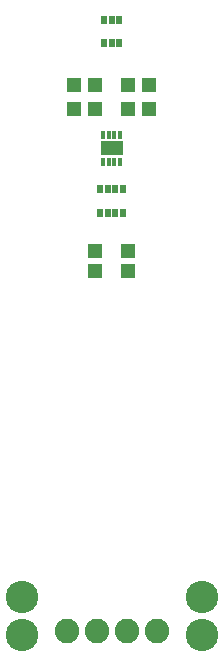
<source format=gbr>
G04 EAGLE Gerber RS-274X export*
G75*
%MOMM*%
%FSLAX34Y34*%
%LPD*%
%INSoldermask Top*%
%IPPOS*%
%AMOC8*
5,1,8,0,0,1.08239X$1,22.5*%
G01*
%ADD10R,1.203200X1.303200*%
%ADD11C,2.082800*%
%ADD12R,0.553200X0.703200*%
%ADD13R,1.303200X1.203200*%
%ADD14R,0.503200X0.653200*%
%ADD15R,1.903200X1.203200*%
%ADD16R,0.453200X0.803200*%
%ADD17C,2.743200*%


D10*
X-13970Y254390D03*
X-13970Y271390D03*
D11*
X-38100Y-50800D03*
X-12700Y-50800D03*
X12700Y-50800D03*
X38100Y-50800D03*
D10*
X13970Y271390D03*
X13970Y254390D03*
D12*
X-9750Y323940D03*
X-3250Y323940D03*
X3250Y323940D03*
X9750Y323940D03*
X9750Y303440D03*
X3250Y303440D03*
X-3250Y303440D03*
X-9750Y303440D03*
D13*
X-14360Y411480D03*
X-31360Y411480D03*
X14360Y391160D03*
X31360Y391160D03*
D14*
X-6500Y466950D03*
X0Y466950D03*
X6500Y466950D03*
X6500Y447450D03*
X0Y447450D03*
X-6500Y447450D03*
D15*
X0Y358140D03*
D16*
X-7500Y346640D03*
X-2500Y346640D03*
X2500Y346640D03*
X7500Y346640D03*
X7500Y369640D03*
X2500Y369640D03*
X-2500Y369640D03*
X-7500Y369640D03*
D13*
X14360Y411480D03*
X31360Y411480D03*
X-31360Y391160D03*
X-14360Y391160D03*
D17*
X-76200Y-53975D03*
X76200Y-53975D03*
X76200Y-22225D03*
X-76200Y-22225D03*
M02*

</source>
